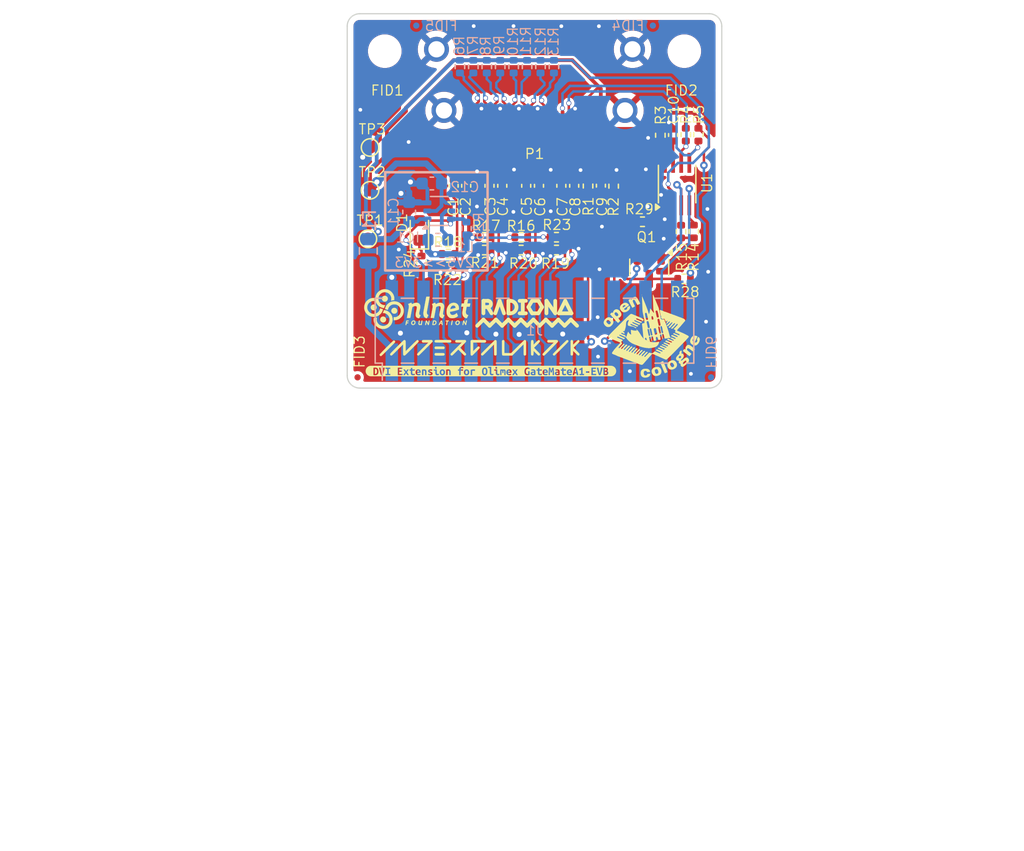
<source format=kicad_pcb>
(kicad_pcb (version 20240108) (generator "pcbnew") (generator_version "8.0")
  (title_block (title "${project_name} ${project_version}") (date "2024-12-02") (rev "${project_version}") (company "${project_creator}") (comment 1 "${project_license}"))
  (layers (0 "F.Cu" signal) (1 "In1.Cu" signal "GND1.Cu") (2 "In2.Cu" signal "GND2.Cu") (31 "B.Cu" signal) (34 "B.Paste" user) (35 "F.Paste" user) (36 "B.SilkS" user "B.Silkscreen") (37 "F.SilkS" user "F.Silkscreen") (38 "B.Mask" user) (39 "F.Mask" user) (44 "Edge.Cuts" user))
  (property "project_creator" "Intergalaktik d.o.o.")
  (property "project_license" "CERN-OHL-S v2")
  (property "project_name" "Olimex Extension DVI")
  (property "project_version" "v0.1")
  (property "project_year" "2024.")
  (net 0 "")
  (net 1 "/Main Sheet/D2+")
  (net 2 "GND")
  (net 3 "GPDI_D2+")
  (net 4 "/Main Sheet/D2-")
  (net 5 "GPDI_D2-")
  (net 6 "+Exten_V")
  (net 7 "GPDI_D1+")
  (net 8 "/Main Sheet/NB_A8")
  (net 9 "/Main Sheet/NB_B5")
  (net 10 "/Main Sheet/D1+")
  (net 11 "/Main Sheet/NB_B8")
  (net 12 "GPDI_D1-")
  (net 13 "/Main Sheet/D1-")
  (net 14 "/Main Sheet/D0+")
  (net 15 "GPDI_D0+")
  (net 16 "GPDI_D0-")
  (net 17 "/Main Sheet/D0-")
  (net 18 "/Main Sheet/CLK+")
  (net 19 "GPDI_CLK+")
  (net 20 "GPDI_CLK-")
  (net 21 "/Main Sheet/CLK-")
  (net 22 "/Main Sheet/ETH+")
  (net 23 "/Main Sheet/NB_A0")
  (net 24 "GPDI_ETH+")
  (net 25 "/Main Sheet/VREF2")
  (net 26 "/Main Sheet/+2V5")
  (net 27 "+5V")
  (net 28 "5V_ENABLE")
  (net 29 "Net-(D1-K)")
  (net 30 "GPDI_ETH-")
  (net 31 "Net-(IC1-L)")
  (net 32 "PMOD_SDA")
  (net 33 "PMOD_SCL")
  (net 34 "GPDI_CEC")
  (net 35 "/Main Sheet/ETH-")
  (net 36 "GPDI_SDA")
  (net 37 "GPDI_SCL")
  (net 38 "/Main Sheet/CEC")
  (net 39 "GPDI_ETH_lowV-")
  (footprint "Resistor_SMD:R_0402_1005Metric" (layer "F.Cu") (at 113.01 69.285 -90)
    (property "Reference" "R14")
    (property "Value" "3k3" (hide yes))
  )
  (footprint "Resistor_SMD:R_0402_1005Metric" (layer "F.Cu") (at 112.37 61.525 90)
    (property "Reference" "R4")
    (property "Value" "4k7" (hide yes))
  )
  (footprint "TestPoint:TestPoint_Pad_D1.0mm" (layer "F.Cu") (at 87.08 62.555)
    (property "Reference" "TP3")
    (property "Value" "GND" (hide yes))
  )
  (footprint "Fiducial:Fiducial_0.5mm_Mask1mm" (layer "F.Cu") (at 86.08 80.975)
    (property "Reference" "FID3")
    (property "Value" "Fiducial_F_BL" (hide yes))
  )
  (footprint "Cologne:open_cologne_small" (layer "F.Cu") (at 109.523146 77.610736)
    (property "Reference" "H3" (hide yes))
    (property "Value" "Logo OpenCologne" (hide yes))
  )
  (footprint "Resistor_SMD:R_0402_1005Metric" (layer "F.Cu") (at 113.38 61.525 90)
    (property "Reference" "R5")
    (property "Value" "4k7" (hide yes))
  )
  (footprint "Resistor_SMD:R_0402_1005Metric" (layer "F.Cu") (at 106.59 65.655 90)
    (property "Reference" "R2")
    (property "Value" "510" (hide yes))
  )
  (footprint "Capacitor_SMD:C_0402_1005Metric" (layer "F.Cu") (at 96.64575 65.625 90)
    (property "Reference" "C3")
    (property "Value" "220n" (hide yes))
  )
  (footprint "Resistor_SMD:R_0402_1005Metric" (layer "F.Cu") (at 96.24 70.775)
    (property "Reference" "R21")
    (property "Value" "50R" (hide yes))
  )
  (footprint "Resistor_SMD:R_0402_1005Metric" (layer "F.Cu") (at 93.37 72.125)
    (property "Reference" "R22")
    (property "Value" "50R" (hide yes))
  )
  (footprint "Fiducial:Fiducial_0.5mm_Mask1mm" (layer "F.Cu") (at 86.5 57.985)
    (property "Reference" "FID1")
    (property "Value" "Fiducial_F_TL" (hide yes))
  )
  (footprint "Fiducial:Fiducial_0.5mm_Mask1mm" (layer "F.Cu") (at 114.01 57.985)
    (property "Reference" "FID2")
    (property "Value" "Fiducial_F_TR" (hide yes))
  )
  (footprint "MountingHole:MountingHole_2.2mm_M2" (layer "F.Cu") (at 88.26 54.835)
    (property "Reference" "H4" (hide yes))
    (property "Value" "MountingHole" (hide yes))
  )
  (footprint "Capacitor_SMD:C_0402_1005Metric" (layer "F.Cu") (at 102.4 65.625 90)
    (property "Reference" "C7")
    (property "Value" "220n" (hide yes))
  )
  (footprint "Resistor_SMD:R_0402_1005Metric" (layer "F.Cu") (at 99.18 70.775)
    (property "Reference" "R20")
    (property "Value" "50R" (hide yes))
  )
  (footprint "Capacitor_SMD:C_0402_1005Metric" (layer "F.Cu") (at 99.58575 65.625 90)
    (property "Reference" "C5")
    (property "Value" "220n" (hide yes))
  )
  (footprint "Capacitor_SMD:C_0402_1005Metric" (layer "F.Cu") (at 105.57 65.615 90)
    (property "Reference" "C9")
    (property "Value" "220n" (hide yes))
  )
  (footprint "Resistor_SMD:R_0402_1005Metric" (layer "F.Cu") (at 93.35 71.095 180)
    (property "Reference" "R18")
    (property "Value" "50R" (hide yes))
  )
  (footprint "Resistor_SMD:R_0402_1005Metric" (layer "F.Cu") (at 99.19 69.745 180)
    (property "Reference" "R16")
    (property "Value" "50R" (hide yes))
  )
  (footprint "Package_SO:SSOP-8_2.95x2.8mm_P0.65mm" (layer "F.Cu") (at 111.675 65.485 90)
    (property "Reference" "U1")
    (property "Value" "PCA9306" (hide yes))
  )
  (footprint "MountingHole:MountingHole_2.2mm_M2" (layer "F.Cu") (at 112.25 54.835)
    (property "Reference" "H6" (hide yes))
    (property "Value" "MountingHole" (hide yes))
  )
  (footprint "nlnet:nlnet" (layer "F.Cu") (at 90.86 75.505)
    (property "Reference" "H2" (hide yes))
    (property "Value" "Logo NLnet" (hide yes))
  )
  (footprint "conn-fci:CONN-10029449-111RLF" (layer "F.Cu") (at 100.25 59.585 180)
    (property "Reference" "P1")
    (property "Value" "GPDI" (hide yes))
  )
  (footprint "Capacitor_SMD:C_0402_1005Metric" (layer "F.Cu") (at 97.67 65.625 90)
    (property "Reference" "C4")
    (property "Value" "220n" (hide yes))
  )
  (footprint "Resistor_SMD:R_0402_1005Metric" (layer "F.Cu") (at 96.25 69.745 180)
    (property "Reference" "R17")
    (property "Value" "50R" (hide yes))
  )
  (footprint "Resistor_SMD:R_0402_1005Metric" (layer "F.Cu") (at 108.9 68.505)
    (property "Reference" "R29")
    (property "Value" "10K" (hide yes))
  )
  (footprint "Package_TO_SOT_SMD:SOT-23" (layer "F.Cu") (at 109.44 72.1525 -90)
    (property "Reference" "Q1")
    (property "Value" "BSS138" (hide yes))
  )
  (footprint "TestPoint:TestPoint_Pad_D1.0mm" (layer "F.Cu") (at 87.08 65.985)
    (property "Reference" "TP2")
    (property "Value" "2V5" (hide yes))
  )
  (footprint "TestPoint:TestPoint_Pad_D1.0mm" (layer "F.Cu") (at 86.91 69.875)
    (property "Reference" "TP1")
    (property "Value" "3V3" (hide yes))
  )
  (footprint "Resistor_SMD:R_0402_1005Metric" (layer "F.Cu") (at 102.01 69.745 180)
    (property "Reference" "R19")
    (property "Value" "50R" (hide yes))
  )
  (footprint "Resistor_SMD:R_0402_1005Metric" (layer "F.Cu") (at 111.99 69.295 -90)
    (property "Reference" "R15")
    (property "Value" "3k3" (hide yes))
  )
  (footprint "Capacitor_SMD:C_0402_1005Metric" (layer "F.Cu") (at 94.78 65.625 90)
    (property "Reference" "C2")
    (property "Value" "220n" (hide yes))
  )
  (footprint "Resistor_SMD:R_0402_1005Metric" (layer "F.Cu") (at 91.2 71.761666 90)
    (property "Reference" "R24")
    (property "Value" "4K7" (hide yes))
  )
  (footprint "Resistor_SMD:R_0402_1005Metric" (layer "F.Cu") (at 112.23 73.085)
    (property "Reference" "R28")
    (property "Value" "10K" (hide yes))
  )
  (footprint "intergalaktik:intergalaktik" (layer "F.Cu") (at 95.890409 78.486446)
    (property "Reference" "H1" (hide yes))
    (property "Value" "Logo Intergalaktik" (hide yes))
  )
  (footprint "Capacitor_SMD:C_0402_1005Metric" (layer "F.Cu") (at 100.61 65.625 90)
    (property "Reference" "C6")
    (property "Value" "220n" (hide yes))
  )
  (footprint "LED_SMD:LED_0603_1608Metric" (layer "F.Cu") (at 91.03 69.201666 90)
    (property "Reference" "D1")
    (property "Value" "LED" (hide yes))
  )
  (footprint "Resistor_SMD:R_0402_1005Metric" (layer "F.Cu") (at 104.54 65.645 90)
    (property "Reference" "R1")
    (property "Value" "510" (hide yes))
  )
  (footprint "Capacitor_SMD:C_0402_1005Metric" (layer "F.Cu") (at 93.772 65.625 90)
    (property "Reference" "C1")
    (property "Value" "220n" (hide yes))
  )
  (footprint "radiona:radiona_small" (layer "F.Cu") (at 99.659591 74.843554)
    (property "Reference" "H5" (hide yes))
    (property "Value" "Logo Radiona" (hide yes))
  )
  (footprint "Resistor_SMD:R_0402_1005Metric" (layer "F.Cu") (at 110.33 61.575 90)
    (property "Reference" "R3")
    (property "Value" "100K" (hide yes))
  )
  (footprint "Resistor_SMD:R_0402_1005Metric" (layer "F.Cu") (at 102.01 70.775)
    (property "Reference" "R23")
    (property "Value" "50R" (hide yes))
  )
  (footprint "Capacitor_SMD:C_0402_1005Metric" (layer "F.Cu") (at 111.35 61.555 -90)
    (property "Reference" "C10")
    (property "Value" "470p" (hide yes))
  )
  (footprint "Capacitor_SMD:C_0402_1005Metric" (layer "F.Cu") (at 103.43 65.625 90)
    (property "Reference" "C8")
    (property "Value" "220n" (hide yes))
  )
  (footprint "kibuzzard-6750A0AE" (layer "F.Cu") (at 96.76 80.47)
    (property "Reference" "kibuzzard-6750A0AE" (hide yes))
    (property "Value" "G***" (hide yes))
  )
  (footprint "Resistor_SMD:R_0402_1005Metric" (layer "B.Cu") (at 95.352858 56.075 90)
    (property "Reference" "R7")
    (property "Value" "50R" (hide yes))
  )
  (footprint "Resistor_SMD:R_0402_1005Metric" (layer "B.Cu") (at 94.277144 56.075 90)
    (property "Reference" "R6")
    (property "Value" "50R" (hide yes))
  )
  (footprint "Fiducial:Fiducial_0.5mm_Mask1mm" (layer "B.Cu") (at 109.73 52.785 180)
    (property "Reference" "FID4")
    (property "Value" "Fiducial_B_TL" (hide yes))
  )
  (footprint "Resistor_SMD:R_0402_1005Metric" (layer "B.Cu") (at 99.655714 56.075 90)
    (property "Reference" "R11")
    (property "Value" "50R" (hide yes))
  )
  (footprint "Resistor_SMD:R_0402_1005Metric" (layer "B.Cu") (at 98.58 56.075 90)
    (property "Reference" "R10")
    (property "Value" "50R" (hide yes))
  )
  (footprint "Resistor_SMD:R_0402_1005Metric" (layer "B.Cu") (at 97.504286 56.075 90)
    (property "Reference" "R9")
    (property "Value" "50R" (hide yes))
  )
  (footprint "Inductor_SMD:L_0603_1608Metric" (layer "B.Cu") (at 92.51 69.951666 180)
    (property "Reference" "L1")
    (property "Value" "4.7uH" (hide yes))
  )
  (footprint "Resistor_SMD:R_0402_1005Metric" (layer "B.Cu") (at 101.807144 56.075 90)
    (property "Reference" "R13")
    (property "Value" "50R" (hide yes))
  )
  (footprint "Package_TO_SOT_SMD:SOT-363_SC-70-6" (layer "B.Cu") (at 92.62 67.641666)
    (property "Reference" "IC1")
    (property "Value" "TLV61222DC" (hide yes))
  )
  (footprint "Connector_PinSocket_2.54mm:PinSocket_2x10_P2.54mm_Vertical_SMD" (layer "B.Cu") (at 100.25 77.24 -90)
    (property "Reference" "J1")
    (property "Value" "MISC" (hide yes))
  )
  (footprint "Fiducial:Fiducial_0.5mm_Mask1mm" (layer "B.Cu") (at 114.39 80.975 180)
    (property "Reference" "FID6")
    (property "Value" "Fiducial_B_BL" (hide yes))
  )
  (footprint "Resistor_SMD:R_0402_1005Metric" (layer "B.Cu") (at 100.731428 56.075 90)
    (property "Reference" "R12")
    (property "Value" "50R" (hide yes))
  )
  (footprint "Fuse:Fuse_0805_2012Metric" (layer "B.Cu") (at 86.94 70.8425 90)
    (property "Reference" "F1")
    (property "Value" "0805L050WR" (hide yes))
  )
  (footprint "Fiducial:Fiducial_0.5mm_Mask1mm" (layer "B.Cu") (at 90.78 52.785 180)
    (property "Reference" "FID5")
    (property "Value" "Fiducial_B_TR" (hide yes))
  )
  (footprint "Capacitor_SMD:C_0603_1608Metric" (layer "B.Cu") (at 92.03 65.441666 180)
    (property "Reference" "C12")
    (property "Value" "10uF" (hide yes))
  )
  (footprint "Resistor_SMD:R_0402_1005Metric" (layer "B.Cu") (at 96.428572 56.075 90)
    (property "Reference" "R8")
    (property "Value" "50R" (hide yes))
  )
  (footprint "Resistor_SMD:R_0402_1005Metric" (layer "B.Cu") (at 94.8 69.041666 90)
    (property "Reference" "R25")
    (property "Value" "10K" (hide yes))
  )
  (footprint "Capacitor_SMD:C_0603_1608Metric" (layer "B.Cu") (at 90.21 67.726666 90)
    (property "Reference" "C11")
    (property "Value" "10uF" (hide yes))
  )
  (gr_rect (start 88.29 64.538334) (end 96.492718 72.411666) (stroke (width 0.2)) (fill none) (layer "B.SilkS"))
  (gr_arc (start 86.25 81.835) (mid 85.542893 81.542107) (end 85.25 80.835) (stroke (width 0.1)) (layer "Edge.Cuts"))
  (gr_line (start 86.25 51.835) (end 114.25 51.835) (stroke (width 0.1)) (layer "Edge.Cuts"))
  (gr_arc (start 115.25 80.835) (mid 114.957107 81.542107) (end 114.25 81.835) (stroke (width 0.1)) (layer "Edge.Cuts"))
  (gr_arc (start 114.25 51.835) (mid 114.957107 52.127893) (end 115.25 52.835) (stroke (width 0.1)) (layer "Edge.Cuts"))
  (gr_line (start 115.25 52.835) (end 115.25 80.835) (stroke (width 0.1)) (layer "Edge.Cuts"))
  (gr_line (start 114.25 81.835) (end 86.25 81.835) (stroke (width 0.1)) (layer "Edge.Cuts"))
  (gr_arc (start 85.25 52.835) (mid 85.542893 52.127893) (end 86.25 51.835) (stroke (width 0.1)) (layer "Edge.Cuts"))
  (gr_line (start 85.25 80.835) (end 85.25 52.835) (stroke (width 0.1)) (layer "Edge.Cuts"))
  (gr_text "2V5>>3V3" (at 95.4975 72.241666 0) (layer "B.SilkS") (effects (font (size 0.8 0.8) (thickness 0.1)) (justify left bottom mirror)))
  (segment (start 94.051 64.400999) (end 93.772 64.679999) (width 0.2) (layer "F.Cu") (net 1))
  (segment (start 95.5 62.010001) (end 95.775 62.285001) (width 0.2) (layer "F.Cu") (net 1))
  (segment (start 93.772 64.679999) (end 93.772 65.145) (width 0.2) (layer "F.Cu") (net 1))
  (segment (start 95.5 59.159999) (end 95.775 58.884999) (width 0.2) (layer "F.Cu") (net 1))
  (segment (start 95.775 58.884999) (end 95.775 58.775) (width 0.2) (layer "F.Cu") (net 1))
  (segment (start 95.5 60.585) (end 95.5 59.159999) (width 0.2) (layer "F.Cu") (net 1))
  (segment (start 94.5868 63.39) (end 94.051 63.9258) (width 0.2) (layer "F.Cu") (net 1))
  (segment (start 95.774999 58.774999) (end 95.774999 58.694999) (width 0.2) (layer "F.Cu") (net 1))
  (segment (start 95.774999 58.694999) (end 95.675 58.595) (width 0.2) (layer "F.Cu") (net 1))
  (segment (start 95.775 58.775) (end 95.774999 58.774999) (width 0.2) (layer "F.Cu") (net 1))
  (segment (start 95.0568 63.39) (end 94.5868 63.39) (width 0.2) (layer "F.Cu") (net 1))
  (segment (start 94.051 63.9258) (end 94.051 64.400999) (width 0.2) (layer "F.Cu") (net 1))
  (segment (start 95.775 62.285001) (end 95.775 62.6718) (width 0.2) (layer "F.Cu") (net 1))
  (segment (start 95.5 60.585) (end 95.5 62.010001) (width 0.2) (layer "F.Cu") (net 1))
  (segment (start 95.775 62.6718) (end 95.0568 63.39) (width 0.2) (layer "F.Cu") (net 1))
  (via (at 95.675 58.595) (size 0.4) (drill 0.3) (layers "F.Cu" "B.Cu") (net 1))
  (segment (start 94.59 57.1332) (end 94.59 56.897856) (width 0.2) (layer "B.Cu") (net 1))
  (segment (start 95.675 58.595) (end 95.775 58.495) (width 0.2) (layer "B.Cu") (net 1))
  (segment (start 95.775 58.495) (end 95.775 58.3182) (width 0.2) (layer "B.Cu") (net 1))
  (segment (start 95.775 58.3182) (end 94.59 57.1332) (width 0.2) (layer "B.Cu") (net 1))
  (segment (start 94.59 56.897856) (end 94.277144 56.585) (width 0.2) (layer "B.Cu") (net 1))
  (segment (start 86.49 63.335) (end 86.89 62.935) (width 0.5) (layer "F.Cu") (net 2))
  (segment (start 86.89 62.935) (end 86.89 62.555) (width 0.5) (layer "F.Cu") (net 2))
  (segment (start 95.73 71.165) (end 95.74 71.175) (width 0.2) (layer "F.Cu") (net 2))
  (segment (start 100.5 59.441351) (end 100.500001 59.44135) (width 0.2) (layer "F.Cu") (net 2))
  (segment (start 110.59 69.295) (end 110.59 69.855) (width 0.2) (layer "F.Cu") (net 2))
  (segment (start 100.5 60.585) (end 100.5 59.441351) (width 0.2) (layer "F.Cu") (net 2))
  (segment (start 99 59.441351) (end 98.999999 59.44135) (width 0.2) (layer "F.Cu") (net 2))
  (segment (start 110.59 69.855) (end 110.6 69.865) (width 0.2) (layer "F.Cu") (net 2))
  (segment (start 111.35 61.075) (end 111.35 60.885) (width 0.3) (layer "F.Cu") (net 2))
  (segment (start 97.5 59.441352) (end 97.499999 59.441351) (width 0.2) (layer "F.Cu") (net 2))
  (segment (start 97.5 60.585) (end 97.5 59.441352) (width 0.2) (layer "F.Cu") (net 2))
  (segment (start 110.7 66.665) (end 110.7 67.185) (width 0.2) (layer "F.Cu") (net 2))
  (segment (start 95.999999 59.44135) (end 96 59.441351) (width 0.2) (layer "F.Cu") (net 2))
  (segment (start 110.7 67.185) (end 110.7 68.285) (width 0.2) (layer "F.Cu") (net 2))
  (segment (start 92.86 72.435) (end 92.86 72.125) (width 0.2) (layer "F.Cu") (net 2))
  (segment (start 101.53 71.255) (end 101.5 71.225) (width 0.2) (layer "F.Cu") (net 2))
  (segment (start 103.5 60.585) (end 103.5 59.441351) (width 0.2) (layer "F.Cu") (net 2))
  (segment (start 110.7 68.285) (end 110.68 68.305) (width 0.2) (layer "F.Cu") (net 2))
  (segment (start 96 59.441351) (end 96 60.585) (width 0.2) (layer "F.Cu") (net 2))
  (segment (start 110.39 66.355) (end 110.7 66.665) (width 0.2) (layer "F.Cu") (net 2))
  (segment (start 92.725 72.57) (end 92.86 72.435) (width 0.2) (layer "F.Cu") (net 2))
  (segment (start 95.73 70.775) (end 95.73 71.165) (width 0.2) (layer "F.Cu") (net 2))
  (segment (start 103.5 59.441351) (end 103.500001 59.44135) (width 0.2) (layer "F.Cu") (net 2))
  (segment (start 99 60.585) (end 99 59.441351) (width 0.2) (layer "F.Cu") (net 2))
  (segment (start 111.35 60.885) (end 111.01 60.545) (width 0.3) (layer "F.Cu") (net 2))
  (segment (start 99.08 71.375) (end 98.67 70.965) (width 0.2) (layer "F.Cu") (net 2))
  (segment (start 101.5 71.225) (end 101.5 70.775) (width 0.2) (layer "F.Cu") (net 2))
  (segment (start 98.67 70.965) (end 98.67 70.775) (width 0.2) (layer "F.Cu") (net 2))
  (via (at 106.82 64.355) (size 0.6) (drill 0.3) (layers "F.Cu" "B.Cu") (net 2))
  (via (at 97.499999 59.441351) (size 0.4) (drill 0.3) (layers "F.Cu" "B.Cu") (net 2))
  (via (at 100.500001 59.44135) (size 0.4) (drill 0.3) (layers "F.Cu" "B.Cu") (net 2))
  (via (at 109.17 64.305) (size 0.6) (drill 0.3) (layers "F.Cu" "B.Cu") (net 2))
  (via (at 98.56 67.715) (size 0.6) (drill 0.3) (layers "F.Cu" "B.Cu") (net 2))
  (via (at 105.31 76.155) (size 0.6) (drill 0.3) (layers "F.Cu" "B.Cu") (net 2))
  (via (at 98.57 52.825) (size 0.6) (drill 0.3) (layers "F.Cu" "B.Cu") (net 2))
  (via (at 110.39 66.355) (size 0.4) (drill 0.3) (layers "F.Cu" "B.Cu") (net 2))
  (via (at 103.78 70.665) (size 0.4) (drill 0.3) (layers "F.Cu" "B.Cu") (net 2))
  (via (at 110.68 68.305) (size 0.6) (drill 0.3) (layers "F.Cu" "B.Cu") (net 2))
  (via (at 95.999999 59.44135) (size 0.4) (drill 0.3) (layers "F.Cu" "B.Cu") (net 2))
  (via (at 99.02 77.535) (size 0.8) (drill 0.4) (layers "F.Cu" "B.Cu") (net 2))
  (via (at 95.65 64.465) (size 0.6) (drill 0.3) (layers "F.Cu" "B.Cu") (net 2))
  (via (at 95.64 67.285) (size 0.6) (drill 0.3) (layers "F.Cu" "B.Cu") (net 2))
  (via (at 98.61 64.325) (size 0.6) (drill 0.3) (layers "F.Cu" "B.Cu") (net 2))
  (via (at 103.94 64.365) (size 0.6) (drill 0.3) (layers "F.Cu" "B.Cu") (net 2))
  (via (at 109.31 67.285) (size 0.6) (drill 0.3) (layers "F.Cu" "B.Cu") (net 2))
  (via (at 88.82 72.96) (size 0.8) (drill 0.4) (layers "F.Cu" "B.Cu") (net 2))
  (via (at 98.999999 59.44135) (size 0.4) (drill 0.3) (layers "F.Cu" "B.Cu") (net 2))
  (via (at 95.09 72.415) (size 0.4) (drill 0.3) (layers "F.Cu" "B.Cu") (net 2))
  (via (at 112.78 80.695) (size 0.6) (drill 0.3) (layers "F.Cu" "B.Cu") (net 2))
  (via (at 86.3 59.535) (size 0.6) (drill 0.3) (layers "F.Cu" "B.Cu") (net 2))
  (via (at 89.38 70.735) (size 0.6) (drill 0.3) (layers "F.Cu" "B.Cu") (net 2))
  (via (at 97.16 77.515) (size 0.8) (drill 0.4) (layers "F.Cu" "B.Cu") (net 2))
  (via (at 113.99 76.515) (size 0.6) (drill 0.3) (layers "F.Cu" "B.Cu") (net 2))
  (via (at 101.53 71.255) (size 0.4) (drill 0.3) (layers "F.Cu" "B.Cu") (net 2))
  (via (at 101.55 64.345) (size 0.6) (drill 0.3) (layers "F.Cu" "B.Cu") (net 2))
  (via (at 100.92 71.065) (size 0.4) (drill 0.3) (layers "F.Cu" "B.Cu") (net 2))
  (via (at 89.555 66.231666) (size 0.8) (drill 0.4) (layers "F.Cu" "B.Cu") (net 2))
  (via (at 90.315 65.321666) (size 0.8) (drill 0.4) (layers "F.Cu" "B.Cu") (net 2))
  (via (at 110.6 69.865) (size 0.6) (drill 0.3) (layers "F.Cu" "B.Cu") (net 2))
  (via (at 105.34 79.315) (size 0.6) (drill 0.3) (layers "F.Cu" "B.Cu") (net 2))
  (via (at 99.08 71.375) (size 0.4) (drill 0.3) (layers "F.Cu" "B.Cu") (net 2))
  (via (at 114.1 67.485) (size 0.6) (drill 0.3) (layers "F.Cu" "B.Cu") (net 2))
  (via (at 102.4 52.835) (size 0.6) (drill 0.3) (layers "F.Cu" "B.Cu") (net 2))
  (via (at 107.89 80.485) (size 0.6) (drill 0.3) (layers "F.Cu" "B.Cu") (net 2))
  (via (at 105.41 52.835) (size 0.6) (drill 0.3) (layers "F.Cu" "B.Cu") (net 2))
  (via (at 103.500001 59.44135) (size 0.4) (drill 0.3) (layers "F.Cu" "B.Cu") (net 2))
  (via (at 95.74 71.175) (size 0.4) (drill 0.3) (layers "F.Cu" "B.Cu") (net 2))
  (via (at 90.17 62.115) (size 0.6) (drill 0.3) (layers "F.Cu" "B.Cu") (net 2))
  (via (at 89.51 77.435) (size 0.8) (drill 0.4) (layers "F.Cu" "B.Cu") (net 2))
  (via (at 114.16 72.515) (size 0.6) (drill 0.3) (layers "F.Cu" "B.Cu") (net 2))
  (via (at 92.725 72.57) (size 0.4) (drill 0.3) (layers "F.Cu" "B.Cu") (net 2))
  (via (at 97.95 70.995) (size 0.4) (drill 0.3) (layers "F.Cu" "B.Cu") (net 2))
  (via (at 105.46 72.315) (size 0.6) (drill 0.3) (layers "F.Cu" "B.Cu") (net 2))
  (via (at 109.35 61.785) (size 0.6) (drill 0.3) (layers "F.Cu" "B.Cu") (net 2))
  (via (at 101.55 67.665) (size 0.6) (drill 0.3) (layers "F.Cu" "B.Cu") (net 2))
  (via (at 105.65 68.895) (size 0.6) (drill 0.3) (layers "F.Cu" "B.Cu") (net 2))
  (via (at 86.49 63.335) (size 0.8) (drill 0.4) (layers "F.Cu" "B.Cu") (net 2))
  (via (at 94.83 77.405) (size 0.8) (drill 0.4) (layers "F.Cu" "B.Cu") (net 2))
  (via (at 102.51 77.505) (size 0.8) (drill 0.4) (layers "F.Cu" "B.Cu") (net 2))
  (via (at 95.38 52.825) (size 0.6) (drill 0.3) (layers "F.Cu" "B.Cu") (net 2))
  (via (at 111.01 60.545) (size 0.4) (drill 0.3) (layers "F.Cu" "B.Cu") (net 2))
  (segment (start 91.67 65.856666) (end 91.255 65.441666) (width 0.3) (layer "B.Cu") (net 2))
  (segment (start 91.255 65.441666) (end 90.435 65.441666) (width 0.3) (layer "B.Cu") (net 2))
  (segment (start 91.63 66.951666) (end 91.67 66.991666) (width 0.3) (layer "B.Cu") (net 2))
  (segment (start 90.21 66.886666) (end 89.555 66.231666) (width 0.3) (layer "B.Cu") (net 2))
  (segment (start 90.435 65.441666) (end 90.315 65.321666) (width 0.3) (layer "B.Cu") (net 2))
  (segment (start 90.21 66.951666) (end 91.63 66.951666) (width 0.3) (layer "B.Cu") (net 2))
  (segment (start 91.67 66.991666) (end 91.67 65.856666) (width 0.3) (layer "B.Cu") (net 2))
  (segment (start 90.21 66.951666) (end 90.21 66.886666) (width 0.3) (layer "B.Cu") (net 2))
  (segment (start 88.82 72.96) (end 88.82 74.72) (width 0.5) (layer "B.Cu") (net 2))
  (segment (start 94.051 69.951666) (end 94.051 68.115) (width 0.2) (layer "F.Cu") (net 3))
  (segment (start 94.051 70.205) (end 94.051 69.951666) (width 0.2) (layer "F.Cu") (net 3))
  (segment (start 94.051 68.115) (end 94.051 66.849001) (width 0.2) (layer "F.Cu") (net 3))
  (segment (start 93.74 72.595) (end 94.050999 72.284001) (width 0.2) (layer "F.Cu") (net 3))
  (segment (start 94.050999 70.205001) (end 94.051 70.205) (width 0.2) (layer "F.Cu") (net 3))
  (segment (start 94.051 66.849001) (end 93.772 66.570001) (width 0.2) (layer "F.Cu") (net 3))
  (segment (start 94.050999 71.015) (end 94.050999 72.045) (width 0.2) (layer "F.Cu") (net 3))
  (segment (start 94.050999 71.015) (end 94.050999 70.205001) (width 0.2) (layer "F.Cu") (net 3))
  (segment (start 93.970999 72.125) (end 94.050999 72.045) (width 0.2) (layer "F.Cu") (net 3))
  (segment (start 93.86 71.095) (end 93.970999 71.095) (width 0.2) (layer "F.Cu") (net 3))
  (segment (start 93.88 72.125) (end 93.970999 72.125) (width 0.2) (layer "F.Cu") (net 3))
  (segment (start 93.772 66.570001) (end 93.772 66.105) (width 0.2) (layer "F.Cu") (net 3))
  (segment (start 93.970999 71.095) (end 94.050999 71.015) (width 0.2) (layer "F.Cu") (net 3))
  (segment (start 94.050999 72.284001) (end 94.050999 72.045) (width 0.2) (layer "F.Cu") (net 3))
  (via (at 93.74 72.595) (size 0.4) (drill 0.3) (layers "F.Cu" "B.Cu") (net 3))
  (segment (start 93.74 72.595) (end 93.57 72.595) (width 0.2) (layer "B.Cu") (net 3))
  (segment (start 93.57 72.595) (end 92.97 73.195) (width 0.2) (layer "B.Cu") (net 3))
  (segment (start 92.97 77.795) (end 93.9 78.725) (width 0.2) (layer "B.Cu") (net 3))
  (segment (start 93.9 78.725) (end 93.9 79.76) (width 0.2) (layer "B.Cu") (net 3))
  (segment (start 92.97 73.195) (end 92.97 77.795) (width 0.2) (layer "B.Cu") (net 3))
  (segment (start 96.225 58.775) (end 96.225001 58.774999) (width 0.2) (layer "F.Cu") (net 4))
  (segment (start 96.225 58.884999) (end 96.225 58.775) (width 0.2) (layer "F.Cu") (net 4))
  (segment (start 96.5 62.010001) (end 96.225 62.285001) (width 0.2) (layer "F.Cu") (net 4))
  (segment (start 94.7732 63.84) (end 94.501 64.1122) (width 0.2) (layer "F.Cu") (net 4))
  (segment (start 96.5 59.159999) (end 96.225 58.884999) (width 0.2) (layer "F.Cu") (net 4))
  (segment (start 96.225 62.285001) (end 96.225 62.8582) (width 0.2) (layer "F.Cu") (net 4))
  (segment (start 96.5 60.585) (end 96.5 62.010001) (width 0.2) (layer "F.Cu") (net 4))
  (segment (start 96.225 62.8582) (end 95.2432 63.84) (width 0.2) (layer "F.Cu") (net 4))
  (segment (start 94.501 64.400999) (end 94.78 64.679999) (width 0.2) (layer "F.Cu") (net 4))
  (segment (start 96.225001 58.774999) (end 96.225001 58.694999) (width 0.2) (layer "F.Cu") (net 4))
  (segment (start 96.225001 58.694999) (end 96.325 58.595) (width 0.2) (layer "F.Cu") (net 4))
  (segment (start 95.2432 63.84) (end 94.7732 63.84) (width 0.2) (layer "F.Cu") (net 4))
  (segment (start 94.501 64.1122) (end 94.501 64.400999) (width 0.2) (layer "F.Cu") (net 4))
  (segment (start 96.5 60.585) (end 96.5 59.159999) (width 0.2) (layer "F.Cu") (net 4))
  (segment (start 94.78 64.679999) (end 94.78 65.145) (width 0.2) (layer "F.Cu") (net 4))
  (via (at 96.325 58.595) (size 0.4) (drill 0.3) (layers "F.Cu" "B.Cu") (net 4))
  (segment (start 95.040002 56.946802) (end 95.040002 56.897856) (width 0.2) (layer "B.Cu") (net 4))
  (segment (start 96.325 58.595) (end 96.225 58.495) (width 0.2) (layer "B.Cu") (net 4))
  (segment (start 96.225 58.1318) (end 95.040002 56.946802) (width 0.2) (layer "B.Cu") (net 4))
  (segment (start 95.040002 56.897856) (end 95.352858 56.585) (width 0.2) (layer "B.Cu") (net 4))
  (segment (start 96.225 58.495) (end 96.225 58.1318) (width 0.2) (layer "B.Cu") (net 4))
  (segment (start 94.501 70.205) (end 94.501001 70.205001) (width 0.2) (layer "F.Cu") (net 5))
  (segment (start 94.78 66.570001) (end 94.501 66.849001) (width 0.2) (layer "F.Cu") (net 5))
  (segment (start 94.78 66.105) (end 94.78 66.570001) (width 0.2) (layer "F.Cu") (net 5))
  (segment (start 94.501 66.849001) (end 94.501 70.205) (width 0.2) (layer "F.Cu") (net 5))
  (segment (start 94.501001 70.205001) (end 94.501001 72.675001) (width 0.2) (layer "F.Cu") (net 5))
  (segment (start 94.501001 72.675001) (end 94.601 72.775) (width 0.2) (layer "F.Cu") (net 5))
  (via (at 94.601 72.775) (size 0.4) (drill 0.3) (layers "F.Cu" "B.Cu") (net 5))
  (segment (start 93.9 73.476) (end 93.9 74.72) (width 0.2) (layer "B.Cu") (net 5))
  (segment (start 94.601 72.775) (end 93.9 73.476) (width 0.2) (layer "B.Cu") (net 5))
  (segment (start 86.94 76.775) (end 86.94 71.78) (width 0.5) (layer "B.Cu") (net 6))
  (segment (start 88.82 79.76) (end 88.82 78.655) (width 0.5) (layer "B.Cu") (net 6))
  (segment (start 88.82 78.655) (end 86.94 76.775) (width 0.5) (layer "B.Cu") (net 6))
  (segment (start 96.932874 71.092126) (end 96.932874 70.735) (width 0.2) (layer "F.Cu") (net 7))
  (segment (start 96.932875 69.115125) (end 96.932875 69.795) (width 0.2) (layer "F.Cu") (net 7))
  (segment (start 96.932875 70.315) (end 96.932874 70.315001) (width 0.2) (layer "F.Cu") (net 7))
  (segment (start 96.932875 69.795) (end 96.932875 70.315) (width 0.2) (layer "F.Cu") (net 7))
  (segment (start 96.932875 68.765) (end 96.932875 69.115125) (width 0.2) (layer "F.Cu") (net 7))
  (segment (start 96.64575 66.570001) (end 96.932875 66.857126) (width 0.2) (layer "F.Cu") (net 7))
  (segment (start 96.64575 66.105) (end 96.64575 66.570001) (width 0.2) (layer "F.Cu") (net 7))
  (segment (start 96.75 70.775) (end 96.892874 70.775) (width 0.2) (layer "F.Cu") (net 7))
  (segment (start 96.882875 69.745) (end 96.932875 69.795) (width 0.2) (layer "F.Cu") (net 7))
  (segment (start 96.84 71.185) (end 96.932874 71.092126) (width 0.2) (layer "F.Cu") (net 7))
  (segment (start 96.76 69.745) (end 96.882875 69.745) (width 0.2) (layer "F.Cu") (net 7))
  (segment (start 96.932874 70.315001) (end 96.932874 70.735) (width 0.2) (layer "F.Cu") (net 7))
  (segment (start 96.932875 66.857126) (end 96.932875 68.765) (width 0.2) (layer "F.Cu") (net 7))
  (segment (start 96.892874 70.775) (end 96.932874 70.735) (width 0.2) (layer "F.Cu") (net 7))
  (via (at 96.84 71.185) (size 0.4) (drill 0.3) (layers "F.Cu" "B.Cu") (net 7))
  (segment (start 95.62 77.725) (end 96.44 78.545) (width 0.2) (layer "B.Cu") (net 7))
  (segment (start 96.84 71.805) (end 95.62 73.025) (width 0.2) (layer "B.Cu") (net 7))
  (segment (start 95.62 73.025) (end 95.62 77.725) (width 0.2) (layer "B.Cu") (net 7))
  (segment (start 96.44 78.545) (end 96.44 79.76) (width 0.2) (layer "B.Cu") (net 7))
  (segment (start 96.84 71.185) (end 96.84 71.805) (width 0.2) (layer "B.Cu") (net 7))
  (segment (start 104.09 74.69) (end 104.06 74.72) (width 0.2) (layer "B.Cu") (net 9))
  (segment (start 97.275 62.285001) (end 97.275 63.2418) (width 0.2) (layer "F.Cu") (net 10))
  (segment (start 97.275 58.855) (end 97.274999 58.854999) (width 0.2) (layer "F.Cu") (net 10))
  (segment (start 97.275 63.2418) (end 96.64575 63.87105) (width 0.2) (layer "F.Cu") (net 10))
  (segment (start 97.275 58.884999) (end 97.275 58.855) (width 0.2) (layer "F.Cu") (net 10))
  (segment (start 97.274999 58.854999) (end 97.274999 58.744999) (width 0.2) (layer "F.Cu") (net 10))
  (segment (start 97 59.159999) (end 97.275 58.884999) (width 0.2) (layer "F.Cu") (net 10))
  (segment (start 97.274999 58.744999) (end 97.175 58.645) (width 0.2) (layer "F.Cu") (net 10))
  (segment (start 97 60.585) (end 97 59.159999) (width 0.2) (layer "F.Cu") (net 10))
  (segment (start 97 62.010001) (end 97.275 62.285001) (width 0.2) (layer "F.Cu") (net 10))
  (segment (start 96.64575 63.87105) (end 96.64575 65.145) (width 0.2) (layer "F.Cu") (net 10))
  (segment (start 97 60.585) (end 97 62.010001) (width 0.2) (layer "F.Cu") (net 10))
  (via (at 97.175 58.645) (size 0.4) (drill 0.3) (layers "F.Cu" "B.Cu") (net 10))
  (segment (start 97.275 58.4682) (end 96.741429 57.934629) (width 0.2) (layer "B.Cu") (net 10))
  (segment (start 96.428572 57.065001) (end 96.428572 56.585) (width 0.2) (layer "B.Cu") (net 10))
  (segment (start 96.741429 57.377858) (end 96.428572 57.065001) (width 0.2) (layer "B.Cu") (net 10))
  (segment (start 97.175 58.645) (end 97.275 58.545) (width 0.2) (layer "B.Cu") (net 10))
  (segment (start 96.741429 57.934629) (end 96.741429 57.377858) (width 0.2) (layer "B.Cu") (net 10))
  (segment (start 97.275 58.545) (end 97.275 58.4682) (width 0.2) (layer "B.Cu") (net 10))
  (segment (start 97.382875 70.315) (end 97.382876 70.315001) (width 0.2) (layer "F.Cu") (net 12))
  (segment (start 97.67 66.570001) (end 97.382875 66.857126) (width 0.2) (layer "F.Cu") (net 12))
  (segment (start 97.382876 70.315001) (end 97.382876 71.325001) (width 0.2) (layer "F.Cu") (net 12))
  (segment (start 97.382876 71.325001) (end 97.482875 71.425) (width 0.2) (layer "F.Cu") (net 12))
  (segment (start 97.67 66.105) (end 97.67 66.570001) (width 0.2) (layer "F.Cu") (net 12))
  (segment (start 97.382875 66.857126) (end 97.382875 70.315) (width 0.2) (layer "F.Cu") (net 12))
  (via (at 97.482875 71.425) (size 0.4) (drill 0.3) (layers "F.Cu" "B.Cu") (net 12))
  (segment (start 97.482875 71.782125) (end 96.44 72.825) (width 0.2) (layer "B.Cu") (net 12))
  (segment (start 96.44 72.825) (end 96.44 74.72) (width 0.2) (layer "B.Cu") (net 12))
  (segment (start 97.482875 71.425) (end 97.482875 71.782125) (width 0.2) (layer "B.Cu") (net 12))
  (segment (start 98 62.010001) (end 97.725 62.285001) (width 0.2) (layer "F.Cu") (net 13))
  (segment (start 98 60.585) (end 98 62.010001) (width 0.2) (layer "F.Cu") (net 13))
  (segment (start 97.725001 58.744999) (end 97.825 58.645) (width 0.2) (layer "F.Cu") (net 13))
  (segment (start 98 59.159999) (end 97.725 58.884999) (width 0.2) (layer "F.Cu") (net 13))
  (segment (start 97.095751 64.057449) (end 97.095751 64.570751) (width 0.2) (layer "F.Cu") (net 13))
  (segment (start 97.725 62.285001) (end 97.725 63.4282) (width 0.2) (layer "F.Cu") (net 13))
  (segment (start 97.725 58.884999) (end 97.725 58.855) (width 0.2) (layer "F.Cu") (net 13))
  (segment (start 98 60.585) (end 98 59.159999) (width 0.2) (layer "F.Cu") (net 13))
  (segment (start 97.725 63.4282) (end 97.095751 64.057449) (width 0.2) (layer "F.Cu") (net 13))
  (segment (start 97.725 58.855) (end 97.725001 58.854999) (width 0.2) (layer "F.Cu") (net 13))
  (segment (start 97.725001 58.854999) (end 97.725001 58.744999) (width 0.2) (layer "F.Cu") (net 13))
  (segment (start 97.095751 64.570751) (end 97.67 65.145) (width 0.2) (layer "F.Cu") (net 13))
  (via (at 97.825 58.645) (size 0.4) (drill 0.3) (layers "F.Cu" "B.Cu") (net 13))
  (segment (start 97.504286 57.065001) (end 97.504286 56.585) (width 0.2) (layer "B.Cu") (net 13))
  (segment (start 97.191429 57.377858) (end 97.504286 57.065001) (width 0.2) (layer "B.Cu") (net 13))
  (segment (start 97.825 58.645) (end 97.725 58.545) (width 0.2) (layer "B.Cu") (net 13))
  (segment (start 97.725 58.545) (end 97.725 58.2818) (width 0.2) (layer "B.Cu") (net 13))
  (segment (start 97.191429 57.748229) (end 97.191429 57.377858) (width 0.2) (layer "B.Cu") (net 13))
  (segment (start 97.725 58.2818) (end 97.191429 57.748229) (width 0.2) (layer "B.Cu") (net 13))
  (segment (start 98.5 62.010001) (end 98.775 62.285001) (width 0.2) (layer "F.Cu") (net 14))
  (segment (start 98.775 62.285001) (end 98.775 62.9182) (width 0.2) (layer "F.Cu") (net 14))
  (segment (start 98.775 58.825) (end 98.675 58.725) (width 0.2) (layer "F.Cu") (net 14))
  (segment (start 99.58575 64.679999) (end 99.58575 65.145) (width 0.2) (layer "F.Cu") (net 14))
  (segment (start 98.5 60.585) (end 98.5 59.159999) (width 0.2) (layer "F.Cu") (net 14))
  (segment (start 98.5 60.585) (end 98.5 62.010001) (width 0.2) (layer "F.Cu") (net 14))
  (segment (start 98.775 58.884999) (end 98.775 58.825) (width 0.2) (layer "F.Cu") (net 14))
  (segment (start 98.775 62.9182) (end 99.872875 64.016075) (width 0.2) (layer "F.Cu") (net 14))
  (segment (start 98.5 59.159999) (end 98.775 58.884999) (width 0.2) (layer "F.Cu") (net 14))
  (segment (start 99.872875 64.016075) (end 99.872875 64.392874) (width 0.2) (layer "F.Cu") (net 14))
  (segment (start 99.872875 64.392874) (end 99.58575 64.679999) (width 0.2) (layer "F.Cu") (net 14))
  (via (at 98.675 58.725) (size 0.4) (drill 0.3) (layers "F.Cu" "B.Cu") (net 14))
  (segment (start 98.58 57.018962) (end 98.58 56.585) (width 0.2) (layer "B.Cu") (net 14))
  (segment (start 98.675 58.725) (end 98.775 58.625) (width 0.2) (layer "B.Cu") (net 14))
  (segment (start 98.775 58.625) (end 98.775 57.213962) (width 0.2) (layer "B.Cu") (net 14))
  (segment (start 98.775 57.213962) (end 98.58 57.018962) (width 0.2) (layer "B.Cu") (net 14))
  (segment (start 99.852875 69.745) (end 99.872875 69.725) (width 0.2) (layer "F.Cu") (net 15))
  (segment (start 99.872874 70.345001) (end 99.872874 70.735) (width 0.2) (layer "F.Cu") (net 15))
  (segment (start 99.872874 71.092126) (end 99.872874 70.735) (width 0.2) (layer "F.Cu") (net 15))
  (segment (start 99.860164 66.844415) (end 99.58575 66.570001) (width 0.2) (layer "F.Cu") (net 15))
  (segment (start 99.872875 68.927216) (end 99.872875 66.857126) (width 0.2) (layer "F.Cu") (net 15))
  (segment (start 99.872875 66.857126) (end 99.860164 66.844415) (width 0.2) (layer "F.Cu") (net 15))
  (segment (start 99.69 70.775) (end 99.832874 70.775) (width 0.2) (layer "F.Cu") (net 15))
  (segment (start 99.7 69.745) (end 99.852875 69.745) (width 0.2) (layer "F.Cu") (net 15))
  (segment (start 99.872875 70.345) (end 99.872874 70.345001) (width 0.2) (layer "F.Cu") (net 15))
  (segment (start 99.832874 70.775) (end 99.872874 70.735) (width 0.2) (layer "F.Cu") (net 15))
  (segment (start 99.58575 66.570001) (end 99.58575 66.105) (width 0.2) (layer "F.Cu") (net 15))
  (segment (start 99.872875 69.725) (end 99.872875 70.345) (width 0.2) (layer "F.Cu") (net 15))
  (segment (start 99.73 71.235) (end 99.872874 71.092126) (width 0.2) (layer "F.Cu") (net 15))
  (segment (start 99.872875 69.725) (end 99.872875 68.927216) (width 0.2) (layer "F.Cu") (net 15))
  (via (at 99.73 71.235) (size 0.4) (drill 0.3) (layers "F.Cu" "B.Cu") (net 15))
  (segment (start 99.73 71.235) (end 99.73 71.475) (width 0.2) (layer "B.Cu") (net 15))
  (segment (start 98.98 78.685) (end 98.98 79.76) (width 0.2) (layer "B.Cu") (net 15))
  (segment (start 98.14 73.065) (end 98.14 77.845) (width 0.2) (layer "B.Cu") (net 15))
  (segment (start 98.14 77.845) (end 98.98 78.685) (width 0.2) (layer "B.Cu") (net 15))
  (segment (start 99.73 71.475) (end 98.14 73.065) (width 0.2) (layer "B.Cu") (net 15))
  (segment (start 100.322875 70.345) (end 100.322876 70.345001) (width 0.2) (layer "F.Cu") (net 16))
  (segment (start 100.61 66.570001) (end 100.322875 66.857126) (width 0.2) (layer "F.Cu") (net 16))
  (segment (start 100.322875 66.857126) (end 100.322875 70.345) (width 0.2) (layer "F.Cu") (net 16))
  (segment (start 100.61 66.105) (end 100.61 66.570001) (width 0.2) (layer "F.Cu") (net 16))
  (segment (start 100.322876 70.345001) (end 100.322876 71.415001) (width 0.2) (layer "F.Cu") (net 16))
  (segment (start 100.322876 71.415001) (end 100.422875 71.515) (width 0.2) (layer "F.Cu") (net 16))
  (via (at 100.422875 71.515) (size 0.4) (drill 0.3) (layers "F.Cu" "B.Cu") (net 16))
  (segment (start 100.29 71.515) (end 100.422875 71.515) (width 0.2) (layer "B.Cu") (net 16))
  (segment (start 98.98 72.825) (end 100.29 71.515) (width 0.2) (layer "B.Cu") (net 16))
  (segment (start 98.98 74.72) (end 98.98 72.825) (width 0.2) (layer "B.Cu") (net 16))
  (segment (start 99.5 60.585) (end 99.5 62.010001) (width 0.2) (layer "F.Cu") (net 17))
  (segment (start 100.322875 64.392874) (end 100.61 64.679999) (width 0.2) (layer "F.Cu") (net 17))
  (segment (start 99.5 62.010001) (end 99.225 62.285001) (width 0.2) (layer "F.Cu") (net 17))
  (segment (start 99.5 60.585) (end 99.5 59.159999) (width 0.2) (layer "F.Cu") (net 17))
  (segment (start 99.225 62.7318) (end 100.322875 63.829675) (width 0.2) (layer "F.Cu") (net 17))
  (segment (start 99.225 58.825) (end 99.325 58.725) (width 0.2) (layer "F.Cu") (net 17))
  (segment (start 99.225 58.884999) (end 99.225 58.825) (width 0.2) (layer "F.Cu") (net 17))
  (segment (start 100.322875 63.829675) (end 100.322875 64.392874) (width 0.2) (layer "F.Cu") (net 17))
  (segment (start 99.5 59.159999) (end 99.225 58.884999) (width 0.2) (layer "F.Cu") (net 17))
  (segment (start 99.225 62.285001) (end 99.225 62.7318) (width 0.2) (layer "F.Cu") (net 17))
  (segment (start 100.61 64.679999) (end 100.61 65.145) (width 0.2) (layer "F.Cu") (net 17))
  (via (at 99.325 58.725) (size 0.4) (drill 0.3) (layers "F.Cu" "B.Cu") (net 17))
  (segment (start 99.225 58.625) (end 99.225 57.329647) (width 0.2) (layer "B.Cu") (net 17))
  (segment (start 99.225 57.329647) (end 99.655714 56.898933) (width 0.2) (layer "B.Cu") (net 17))
  (segment (start 99.325 58.725) (end 99.225 58.625) (width 0.2) (layer "B.Cu") (net 17))
  (segment (start 99.655714 56.898933) (end 99.655714 56.585) (width 0.2) (layer "B.Cu") (net 17))
  (segment (start 100 60.585) (end 100 59.159999) (width 0.2) (layer "F.Cu") (net 18))
  (segment (start 100.275 62.7782) (end 101.1968 63.7) (width 0.2) (layer "F.Cu") (net 18))
  (segment (start 100.275 58.884999) (end 100.274999 58.884999) (width 0.2) (layer "F.Cu") (net 18))
  (segment (start 100.275 62.285001) (end 100.275 62.7782) (width 0.2) (layer "F.Cu") (net 18))
  (segment (start 100 62.010001) (end 100.275 62.285001) (width 0.2) (layer "F.Cu") (net 18))
  (segment (start 100.274999 58.884999) (end 100.175 58.785) (width 0.2) (layer "F.Cu") (net 18))
  (segment (start 101.1968 63.7) (end 102.0568 63.7) (width 0.2) (layer "F.Cu") (net 18))
  (segment (start 100 60.585) (end 100 62.010001) (width 0.2) (layer "F.Cu") (net 18))
  (segment (start 100 59.159999) (end 100.275 58.884999) (width 0.2) (layer "F.Cu") (net 18))
  (segment (start 102.0568 63.7) (end 102.719999 64.363199) (width 0.2) (layer "F.Cu") (net 18))
  (segment (start 102.719999 64.825001) (end 102.4 65.145) (width 0.2) (layer "F.Cu") (net 18))
  (segment (start 102.719999 64.363199) (end 102.719999 64.825001) (width 0.2) (layer "F.Cu") (net 18))
  (via (at 100.175 58.785) (size 0.4) (drill 0.3) (layers "F.Cu" "B.Cu") (net 18))
  (segment (start 100.175 58.785) (end 100.274999 58.685001) (width 0.2) (layer "B.Cu") (net 18))
  (segment (start 100.274999 58.311801) (end 101.044286 57.542514) (width 0.2) (layer "B.Cu") (net 18))
  (segment (start 101.044286 57.377859) (end 100.731428 57.065001) (width 0.2) (layer "B.Cu") (net 18))
  (segment (start 100.274999 58.685001) (end 100.274999 58.311801) (width 0.2) (layer "B.Cu") (net 18))
  (segment (start 100.731428 57.065001) (end 100.731428 56.585) (width 0.2) (layer "B.Cu") (net 18))
  (segment (start 101.044286 57.542514) (end 101.044286 57.377859) (width 0.2) (layer "B.Cu") (net 18))
  (segment (start 102.52 70.775) (end 102.679999 70.775) (width 0.2) (layer "F.Cu") (net 19))
  (segment (start 102.69 68.943115) (end 102.69 66.860001) (width 0.2) (layer "F.Cu") (net 19))
  (segment (start 102.679999 70.775) (end 102.689999 70.765) (width 0.2) (layer "F.Cu") (net 19))
  (segment (start 102.69 69.665) (end 102.69 70.275) (width 0.2) (layer "F.Cu") (net 19))
  (segment (start 102.52 69.745) (end 102.61 69.745) (width 0.2) (layer "F.Cu") (net 19))
  (segment (start 102.689999 71.445001) (end 102.59 71.545) (width 0.2) (layer "F.Cu") (net 19))
  (segment (start 102.69 69.665) (end 102.69 68.943115) (width 0.2) (layer "F.Cu") (net 19))
  (segment (start 102.689999 70.765) (end 102.689999 71.445001) (width 0.2) (layer "F.Cu") (net 19))
  (segment (start 102.689999 70.275001) (end 102.689999 70.765) (width 0.2) (layer "F.Cu") (net 19))
  (segment (start 102.4 66.570001) (end 102.4 66.105) (width 0.2) (layer "F.Cu") (net 19))
  (segment (start 102.69 66.860001) (end 102.4 66.570001) (width 0.2) (layer "F.Cu") (net 19))
  (segment (start 102.61 69.745) (end 102.69 69.665) (width 0.2) (layer "F.Cu") (net 19))
  (segment (start 102.69 70.275) (end 102.689999 70.275001) (width 0.2) (layer "F.Cu") (net 19))
  (via (at 102.59 71.545) (size 0.4) (drill 0.3) (layers "F.Cu" "B.Cu") (net 19))
  (segment (start 100.68 77.845) (end 100.68 72.935) (width 0.2) (layer "B.Cu") (net 19))
  (segment (start 101.52 78.685) (end 100.68 77.845) (width 0.2) (layer "B.Cu") (net 19))
  (segment (start 102.07 71.545) (end 102.59 71.545) (width 0.2) (layer "B.Cu") (net 19))
  (segment (start 101.52 79.76) (end 101.52 78.685) (width 0.2) (layer "B.Cu") (net 19))
  (segment (start 100.68 72.935) (end 102.07 71.545) (width 0.2) (layer "B.Cu") (net 19))
  (segment (start 103.14 66.860001) (end 103.43 66.570001) (width 0.2) (layer "F.Cu") (net 20))
  (segment (start 103.25 71.135) (end 103.140001 71.025001) (width 0.2) (layer "F.Cu") (net 20))
  (segment (start 103.140001 70.275001) (end 103.14 70.275) (width 0.2) (layer "F.Cu") (net 20))
  (segment (start 103.43 66.570001) (end 103.43 66.105) (width 0.2) (layer "F.Cu") (net 20))
  (segment (start 103.140001 71.025001) (end 103.140001 70.275001) (width 0.2) (layer "F.Cu") (net 20))
  (segment (start 103.14 70.275) (end 103.14 66.860001) (width 0.2) (layer "F.Cu") (net 20))
  (via (at 103.25 71.135) (size 0.4) (drill 0.3) (layers "F.Cu" "B.Cu") (net 20))
  (segment (start 101.52 72.675) (end 102.1 72.095) (width 0.2) (layer "B.Cu") (net 20))
  (segment (start 102.8 72.095) (end 103.25 71.645) (width 0.2) (layer "B.Cu") (net 20))
  (segment (start 101.52 74.72) (end 101.52 72.675) (width 0.2) (layer "B.Cu") (net 20))
  (segment (start 103.25 71.645) (end 103.25 71.135) (width 0.2) (layer "B.Cu") (net 20))
  (segment (start 102.1 72.095) (end 102.8 72.095) (width 0.2) (layer "B.Cu") (net 20))
  (segment (start 101 60.585) (end 101 59.159999) (width 0.2) (layer "F.Cu") (net 21))
  (segment (start 100.725 62.285001) (end 100.725 62.5918) (width 0.2) (layer "F.Cu") (net 21))
  (segment (start 101 60.585) (end 101 62.010001) (width 0.2) (layer "F.Cu") (net 21))
  (segment (start 103.170001 64.885001) (end 103.43 65.145) (width 0.2) (layer "F.Cu") (net 21))
  (segment (start 100.725 62.5918) (end 101.3832 63.25) (width 0.2) (layer "F.Cu") (net 21))
  (segment (start 103.170001 64.176801) (end 103.170001 64.885001) (width 0.2) (layer "F.Cu") (net 21))
  (segment (start 100.725 58.884999) (end 100.725001 58.884999) (width 0.2) (layer "F.Cu") (net 21))
  (segment (start 101.3832 63.25) (end 102.2432 63.25) (width 0.2) (layer "F.Cu") (net 21))
  (segment (start 100.725001 58.884999) (end 100.825 58.785) (width 0.2) (layer "F.Cu") (net 21))
  (segment (start 102.2432 63.25) (end 103.170001 64.176801) (width 0.2) (layer "F.Cu") (net 21))
  (segment (start 101 62.010001) (end 100.725 62.285001) (width 0.2) (layer "F.Cu") (net 21))
  (segment (start 101 59.159999) (end 100.725 58.884999) (width 0.2) (layer "F.Cu") (net 21))
  (via (at 100.825 58.785) (size 0.4) (drill 0.3) (layers "F.Cu" "B.Cu") (net 21))
  (segment (start 101.494286 57.377859) (end 101.807144 57.065001) (width 0.2) (layer "B.Cu") (net 21))
  (segment (start 100.725001 58.685001) (end 100.725001 58.498199) (width 0.2) (layer "B.Cu") (net 21))
  (segment (start 101.494286 57.728914) (end 101.494286 57.377859) (width 0.2) (layer "B.Cu") (net 21))
  (segment (start 101.807144 57.065001) (end 101.807144 56.585) (width 0.2) (layer "B.Cu") (net 21))
  (segment (start 100.825 58.785) (end 100.725001 58.685001) (width 0.2) (layer "B.Cu") (net 21))
  (segment (start 100.725001 58.498199) (end 101.494286 57.728914) (width 0.2) (layer "B.Cu") (net 21))
  (segment (start 105.11 62.825) (end 105.11 64.675) (width 0.2) (layer "F.Cu") (net 22))
  (segment (start 104.56 62.275) (end 105.11 62.825) (width 0.2) (layer "F.Cu") (net 22))
  (segment (start 105.11 64.675) (end 105.57 65.135) (width 0.2) (layer "F.Cu") (net 22))
  (segment (start 102.264999 62.275) (end 104.56 62.275) (width 0.2) (layer "F.Cu") (net 22))
  (segment (start 102 62.010001) (end 102.264999 62.275) (width 0.2) (layer "F.Cu") (net 22))
  (segment (start 102 60.585) (end 102 62.010001) (width 0.2) (layer "F.Cu") (net 22))
  (segment (start 106.64 77.305) (end 105.87 78.075) (width 0.2) (layer "F.Cu") (net 24))
  (segment (start 105.57 66.095) (end 106.64 67.165) (width 0.2) (layer "F.Cu") (net 24))
  (segment (start 106.64 67.165) (end 106.64 77.305) (width 0.2) (layer "F.Cu") (net 24))
  (via (at 105.87 78.075) (size 0.6) (drill 0.3) (layers "F.Cu" "B.Cu") (net 24))
  (segment (start 105.87 78.075) (end 106.37 78.075) (width 0.2) (layer "B.Cu") (net 24))
  (segment (start 106.37 78.075) (end 106.6 78.305) (width 0.2) (layer "B.Cu") (net 24))
  (segment (start 106.6 78.305) (end 106.6 79.76) (width 0.2) (layer "B.Cu") (net 24))
  (segment (start 110.7 62.455) (end 110.33 62.085) (width 0.2) (layer "F.Cu") (net 25))
  (segment (start 111.35 62.035) (end 110.38 62.035) (width 0.2) (layer "F.Cu") (net 25))
  (segment (start 110.38 62.035) (end 110.33 62.085) (width 0.2) (layer "F.Cu") (net 25))
  (segment (start 111.35 63.785) (end 111.35 62.035) (width 0.2) (layer "F.Cu") (net 25))
  (segment (start 110.7 63.785) (end 110.7 62.455) (width 0.2) (layer "F.Cu") (net 25))
  (segment (start 111.99 70.135) (end 111.99 69.805) (width 0.2) (layer "F.Cu") (net 26))
  (segment (start 95.32 69.745) (end 95.28 69.785) (width 0.2) (layer "F.Cu") (net 26))
  (segment (start 109.41 68.505) (end 109.41 70.235) (width 0.2) (layer "F.Cu") (net 26))
  (segment (start 111.35 67.185) (end 111.35 69.695) (width 0.2) (layer "F.Cu") (net 26))
  (segment (start 98.25 69.745) (end 98.24 69.755) (width 0.2) (layer "F.Cu") (net 26))
  (segment (start 110.96 65.745) (end 111.35 66.135) (width 0.2) (layer "F.Cu") (net 26))
  (segment (start 87.72 69.295) (end 87.14 69.875) (width 0.5) (layer "F.Cu") (net 26))
  (segment (start 111.46 69.805) (end 111.99 69.805) (width 0.2) (layer "F.Cu") (net 26))
  (segment (start 110.39 71.215) (end 110.91 71.215) (width 0.2) (layer "F.Cu") (net 26))
  (segment (start 110.96 65.475) (end 110.96 65.745) (width 0.2) (layer "F.Cu") (net 26))
  (segment (start 113.01 69.795) (end 112 69.795) (width 0.2) (layer "F.Cu") (net 26))
  (segment (start 100.97 69.745) (end 100.95 69.725) (width 0.2) (layer "F.Cu") (net 26))
  (segment (start 112 69.795) (end 111.99 69.805) (width 0.2) (layer "F.Cu") (net 26))
  (segment (start 92.84 71.095) (end 92.316666 71.095) (width 0.2) (layer "F.Cu") (net 26))
  (segment (start 111.35 66.135) (end 111.35 67.185) (width 0.2) (layer "F.Cu") (net 26))
  (segment (start 92.316666 71.095) (end 92.3 71.111666) (width 0.2) (layer "F.Cu") (net 26))
  (segment (start 111.35 69.695) (end 111.46 69.805) (width 0.2) (layer "F.Cu") (net 26))
  (segment (start 109.41 70.235) (end 110.39 71.215) (width 0.2) (layer "F.Cu") (net 26))
  (segment (start 95.74 69.745) (end 95.32 69.745) (width 0.2) (layer "F.Cu") (net 26))
  (segment (start 101.5 69.745) (end 100.97 69.745) (width 0.2) (layer "F.Cu") (net 26))
  (segment (start 87.14 69.875) (end 86.91 69.875) (width 0.5) (layer "F.Cu") (net 26))
  (segment (start 110.91 71.215) (end 111.99 70.135) (width 0.2) (layer "F.Cu") (net 26))
  (segment (start 98.68 69.745) (end 98.25 69.745) (width 0.2) (layer "F.Cu") (net 26))
  (via (at 95.28 69.785) (size 0.4) (drill 0.3) (layers "F.Cu" "B.Cu") (net 26))
  (via (at 87.72 69.295) (size 0.6) (drill 0.3) (layers "F.Cu" "B.Cu") (net 26))
  (via (at 98.24 69.755) (size 0.4) (drill 0.3) (layers "F.Cu" "B.Cu") (net 26))
  (via (at 100.95 69.725) (size 0.4) (drill 0.3) (layers "F.Cu" "B.Cu") (net 26))
  (via (at 92.3 71.111666) (size 0.4) (drill 0.3) (layers "F.Cu" "B.Cu") (net 26))
  (via (at 110.96 65.475) (size 0.4) (drill 0.3) (layers "F.Cu" "B.Cu") (net 26))
  (segment (start 98.24 69.755) (end 100.92 69.755) (width 0.2) (layer "B.Cu") (net 26))
  (segment (start 91.7225 69.951666) (end 91.7225 68.344166) (width 0.3) (layer "B.Cu") (net 26))
  (segment (start 86.94 69.905) (end 87.11 69.905) (width 0.5) (layer "B.Cu") (net 26))
  (segment (start 114.21 62.525) (end 112.94 63.795) (width 0.2) (layer "B.Cu") (net 26))
  (segment (start 100.92 69.755) (end 100.95 69.725) (width 0.2) (layer "B.Cu") (net 26))
  (segment (start 94.8 69.551666) (end 94.8 70.686666) (width 0.5) (layer "B.Cu") (net 26))
  (segment (start 87.61 63.765) (end 86.75 64.625) (width 0.3) (layer "B.Cu") (net 26))
  (segment (start 94.8 70.686666) (end 94.375 71.111666) (width 0.5) (layer "B.Cu") (net 26))
  (segment (start 94.8 69.551666) (end 95.046666 69.551666) (width 0.5) (layer "B.Cu") (net 26))
  (segment (start 93.79 55.565) (end 87.61 61.745) (width 0.3) (layer "B.Cu") (net 26))
  (segment (start 87.11 69.905) (end 87.72 69.295) (width 0.5) (layer "B.Cu") (net 26))
  (segment (start 113.46 59.295) (end 113.46 60.055) (width 0.2) (layer "B.Cu") (net 26))
  (segment (start 91.065 68.291666) (end 91.67 68.291666) (width 0.3) (layer "B.Cu") (net 26))
  (segment (start 101.807144 55.565) (end 103.28 55.565) (width 0.2) (layer "B.Cu") (net 26))
  (segment (start 91.7225 68.344166) (end 91.67 68.291666) (width 0.3) (layer "B.Cu") (net 26))
  (segment (start 111.13 56.965) (end 113.46 59.295) (width 0.2) (layer "B.Cu") (net 26))
  (segment (start 101.807144 55.565) (end 94.277144 55.565) (width 0.3) (layer "B.Cu") (net 26))
  (segment (start 111.74 63.795) (end 110.96 64.575) (width 0.2) (layer "B.Cu") (net 26))
  (segment (start 95.046666 69.551666) (end 95.28 69.785) (width 0.5) (layer "B.Cu") (net 26))
  (segment (start 110.96 64.575) (end 110.96 65.475) (width 0.2) (layer "B.Cu") (net 26))
  (segment (start 95.28 69.785) (end 98.21 69.785) (width 0.2) (layer "B.Cu") (net 26))
  (segment (start 112.94 63.795) (end 111.74 63.795) (width 0.2) (layer "B.Cu") (net 26))
  (segment (start 88.806666 69.905) (end 90.21 68.501666) (width 0.5) (layer "B.Cu") (net 26))
  (segment (start 86.94 69.905) (end 88.806666 69.905) (width 0.5) (layer "B.Cu") (net 26))
  (segment (start 90.21 68.501666) (end 90.855 68.501666) (width 0.3) (layer "B.Cu") (net 26))
  (segment (start 113.46 60.055) (end 114.21 60.805) (width 0.2) (layer "B.Cu") (net 26))
  (segment (start 103.28 55.565) (end 104.68 56.965) (width 0.2) (layer "B.Cu") (net 26))
  (segment (start 104.68 56.965) (end 111.13 56.965) (width 0.2) (layer "B.Cu") (net 26))
  (segment (start 87.61 61.745) (end 87.61 63.765) (width 0.3) (layer "B.Cu") (net 26))
  (segment (start 86.75 64.625) (end 86.75 68.325) (width 0.3) (layer "B.Cu") (net 26))
  (segment (start 91.985 71.111666) (end 91.7225 70.849166) (width 0.5) (layer "B.Cu") (net 26))
  (segment (start 98.21 69.785) (end 98.24 69.755) (width 0.2) (layer "B.Cu") (net 26))
  (segment (start 91.7225 70.849166) (end 91.7225 69.951666) (width 0.5) (layer "B.Cu") (net 26))
  (segment (start 94.277144 55.565) (end 93.79 55.565) (width 0.3) (layer "B.Cu") (net 26))
  (segment (start 86.75 68.325) (end 87.72 69.295) (width 0.3) (layer "B.Cu") (net 26))
  (segment (start 90.855 68.501666) (end 91.065 68.291666) (width 0.3) (layer "B.Cu") (net 26))
  (segment (start 114.21 60.805) (end 114.21 62.525) (width 0.2) (layer "B.Cu") (net 26))
  (segment (start 92.3 71.111666) (end 91.985 71.111666) (width 0.5) (layer "B.Cu") (net 26))
  (segment (start 94.375 71.111666) (end 92.3 71.111666) (width 0.5) (layer "B.Cu") (net 26))
  (segment (start 110.33 61.065) (end 110.33 60.235) (width 0.3) (layer "F.Cu") (net 27))
  (segment (start 113.82 62.925) (end 114.22 62.525) (width 0.2) (layer "F.Cu") (net 27))
  (segment (start 103.27 55.555) (end 105.56 57.845) (width 0.3) (layer "F.Cu") (net 27))
  (segment (start 112.74 73.085) (end 112.74 72.605) (width 0.2) (layer "F.Cu") (net 27))
  (segment (start 104 59.095) (end 103.99 59.085) (width 0.2) (layer "F.Cu") (net 27))
  (segment (start 105.56 57.845) (end 105.56 60.485) (width 0.3) (layer "F.Cu") (net 27))
  (segment (start 89.95 59.655) (end 89.95 59.375) (width 0.3) (layer "F.Cu") (net 27))
  (segment (start 114.22 61.855) (end 113.38 61.015) (width 0.2) (layer "F.Cu") (net 27))
  (segment (start 113.38 60.185) (end 113.38 61.015) (width 0.3) (layer "F.Cu") (net 27))
  (segment (start 89.95 59.375) (end 93.77 55.555) (width 0.3) (layer "F.Cu") (net 27))
  (segment (start 106.14 61.065) (end 110.33 61.065) (width 0.3) (layer "F.Cu") (net 27))
  (segment (start 87.08 65.985) (end 87.63 65.435) (width 0.5) (layer "F.Cu") (net 27))
  (segment (start 112.37 59.885) (end 112.26 59.775) (width 0.3) (layer "F.Cu") (net 27))
  (segment (start 110.33 60.235) (end 110.79 59.775) (width 0.3) (layer "F.Cu") (net 27))
  (segment (start 87.63 65.435) (end 87.63 65.315) (width 0.5) (layer "F.Cu") (net 27))
  (segment (start 105.23 57.845) (end 105.56 57.845) (width 0.2) (layer "F.Cu") (net 27))
  (segment (start 87.08 64.465) (end 88.43 63.115) (width 0.3) (layer "F.Cu") (net 27))
  (segment (start 112.26 59.775) (end 112.97 59.775) (width 0.3) (layer "F.Cu") (net 27))
  (segment (start 113.82 63.985) (end 113.82 62.925) (width 0.2) (layer "F.Cu") (net 27))
  (segment (start 112.37 61.015) (end 112.37 59.885) (width 0.3) (layer "F.Cu") (net 27))
  (segment (start 105.56 60.485) (end 106.14 61.065) (width 0.3) (layer "F.Cu") (net 27))
  (segment (start 103.99 59.085) (end 105.23 57.845) (width 0.2) (layer "F.Cu") (net 27))
  (segment (start 87.08 65.985) (end 87.08 64.465) (width 0.3) (layer "F.Cu") (net 27))
  (segment (start 114.22 62.525) (end 114.22 61.855) (width 0.2) (layer "F.Cu") (net 27))
  (segment (start 104 60.585) (end 104 59.095) (width 0.2) (layer "F.Cu") (net 27))
  (segment (start 93.77 55.555) (end 103.27 55.555) (width 0.3) (layer "F.Cu") (net 27))
  (segment (start 112.97 59.775) (end 113.38 60.185) (width 0.3) (layer "F.Cu") (net 27))
  (segment (start 88.43 61.175) (end 89.95 59.655) (width 0.3) (layer "F.Cu") (net 27))
  (segment (start 88.43 63.115) (end 88.43 61.175) (width 0.3) (layer "F.Cu") (net 27))
  (segment (start 110.79 59.775) (end 112.26 59.775) (width 0.3) (layer "F.Cu") (net 27))
  (via (at 113.82 63.985) (size 0.6) (drill 0.3) (layers "F.Cu" "B.Cu") (net 27))
  (via (at 87.63 65.315) (size 0.8) (drill 0.4) (layers "F.Cu" "B.Cu") (net 27))
  (via (at 112.74 72.605) (size 0.6) (drill 0.3) (layers "F.Cu" "B.Cu") (net 27))
  (segment (start 113.32 68.095) (end 113.32 66.415) (width 0.2) (layer "B.Cu") (net 27))
  (segment (start 92.805 67.231666) (end 92.805 66.651666) (width 0.3) (layer "B.Cu") (net 27))
  (segment (start 92.805 65.08) (end 92.805 65.441666) (width 0.5) (layer "B.Cu") (net 27))
  (segment (start 113.32 66.415) (end 113.82 65.915) (width 0.2) (layer "B.Cu") (net 27))
  (segment (start 112.74 71.925) (end 113.88 70.785) (width 0.2) (layer "B.Cu") (net 27))
  (segment (start 113.88 70.785) (end 113.88 68.655) (width 0.2) (layer "B.Cu") (net 27))
  (segment (start 87.63 65.315) (end 87.7 65.315) (width 0.5) (layer "B.Cu") (net 27))
  (segment (start 92.805 66.651666) (end 93.145 66.991666) (width 0.3) (layer "B.Cu") (net 27))
  (segment (start 113.82 65.915) (end 113.82 63.985) (width 0.2) (layer "B.Cu") (net 27))
  (segment (start 87.7 65.315) (end 89.17 63.845) (width 0.5) (layer "B.Cu") (net 27))
  (segment (start 93.145 66.991666) (end 93.57 66.991666) (width 0.3) (layer "B.Cu") (net 27))
  (segment (start 92.805 65.441666) (end 92.805 66.651666) (width 0.3) (layer "B.Cu") (net 27))
  (segment (start 112.74 72.605) (end 112.74 71.925) (width 0.2) (layer "B.Cu") (net 27))
  (segment (start 89.17 63.845) (end 91.57 63.845) (width 0.5) (layer "B.Cu") (net 27))
  (segment (start 92.395 67.641666) (end 92.805 67.231666) (width 0.3) (layer "B.Cu") (net 27))
  (segment (start 113.88 68.655) (end 113.32 68.095) (width 0.2) (layer "B.Cu") (net 27))
  (segment (start 91.57 63.845) (end 92.805 65.08) (width 0.5) (layer "B.Cu") (net 27))
  (segment (start 91.67 67.641666) (end 92.395 67.641666) (width 0.3) (layer "B.Cu") (net 27))
  (segment (start 91.03 68.414166) (end 91.03 68.595) (width 0.2) (layer "F.Cu") (net 28))
  (segment (start 90.12 69.505) (end 89.96 69.665) (width 0.2) (layer "F.Cu") (net 28))
  (segment (start 91.03 68.414166) (end 93.259166 68.414166) (width 0.2) (layer "F.Cu") (net 28))
  (segment (start 89.96 69.665) (end 89.96 69.995) (width 0.2) (layer "F.Cu") (net 28))
  (segment (start 93.259166 68.414166) (end 93.52 68.675) (width 0.2) (layer "F.Cu") (net 28))
  (segment (start 91.03 68.595) (end 90.12 69.505) (width 0.2) (layer "F.Cu") (net 28))
  (via (at 93.52 68.675) (size 0.4) (drill 0.3) (layers "F.Cu" "B.Cu") (net 28))
  (via (at 89.96 69.995) (size 0.4) (drill 0.3) (layers "F.Cu" "B.Cu") (net 28))
  (segment (start 90.36 71.015) (end 91.36 72.015) (width 0.2) (layer "B.Cu") (net 28))
  (segment (start 89.96 69.995) (end 90.36 70.395) (width 0.2) (layer "B.Cu") (net 28))
  (segment (start 93.57 68.291666) (end 94.56 68.291666) (width 0.3) (layer "B.Cu") (net 28))
  (segment (start 94.56 68.291666) (end 94.8 68.531666) (width 0.3) (layer "B.Cu") (net 28))
  (segment (start 93.57 68.625) (end 93.52 68.675) (width 0.3) (layer "B.Cu") (net 28))
  (segment (start 91.36 72.015) (end 91.36 74.72) (width 0.2) (layer "B.Cu") (net 28))
  (segment (start 90.36 70.395) (end 90.36 71.015) (width 0.2) (layer "B.Cu") (net 28))
  (segment (start 93.57 68.291666) (end 93.57 68.625) (width 0.3) (layer "B.Cu") (net 28))
  (segment (start 91.2 70.835) (end 91.2 71.251666) (width 0.2) (layer "F.Cu") (net 29))
  (segment (start 91.03 70.665) (end 91.2 70.835) (width 0.2) (layer "F.Cu") (net 29))
  (segment (start 91.03 69.989166) (end 91.03 70.665) (width 0.2) (layer "F.Cu") (net 29))
  (segment (start 109.445 73.085) (end 109.44 73.09) (width 0.2) (layer "F.Cu") (net 30))
  (segment (start 107.04 66.995) (end 107.04 72.455) (width 0.2) (layer "F.Cu") (net 30))
  (segment (start 107.675 73.09) (end 107.3 72.715) (width 0.2) (layer "F.Cu") (net 30))
  (segment (start 106.59 66.545) (end 107.04 66.995) (width 0.2) (layer "F.Cu") (net 30))
  (segment (start 106.59 66.165) (end 106.59 66.545) (width 0.2) (layer "F.Cu") (net 30))
  (segment (start 111.72 73.085) (end 109.445 73.085) (width 0.2) (layer "F.Cu") (net 30))
  (segment (start 107.04 72.455) (end 107.3 72.715) (width 0.2) (layer "F.Cu") (net 30))
  (segment (start 109.44 73.09) (end 107.675 73.09) (width 0.2) (layer "F.Cu") (net 30))
  (segment (start 93.2975 69.6625) (end 93.2975 69.951666) (width 0.3) (layer "B.Cu") (net 31))
  (segment (start 93.165 67.641666) (end 92.825 67.981666) (width 0.3) (layer "B.Cu") (net 31))
  (segment (start 92.825 67.981666) (end 92.825 68.691666) (width 0.3) (layer "B.Cu") (net 31))
  (segment (start 92.83 69.195) (end 93.2975 69.6625) (width 0.3) (layer "B.Cu") (net 31))
  (segment (start 92.83 68.696666) (end 92.83 69.195) (width 0.3) (layer "B.Cu") (net 31))
  (segment (start 93.57 67.641666) (end 93.165 67.641666) (width 0.3) (layer "B.Cu") (net 31))
  (segment (start 92.825 68.691666) (end 92.83 68.696666) (width 0.3) (layer "B.Cu") (net 31))
  (segment (start 112.65 67.185) (end 112.65 65.855) (width 0.2) (layer "F.Cu") (net 32))
  (segment (start 113.01 68.585) (end 112.65 68.225) (width 0.2) (layer "F.Cu") (net 32))
  (segment (start 112.65 65.855) (end 112.64 65.845) (width 0.2) (layer "F.Cu") (net 32))
  (segment (start 112.65 68.225) (end 112.65 67.185) (width 0.2) (layer "F.Cu") (net 32))
  (segment (start 113.01 68.775) (end 113.01 68.585) (width 0.2) (layer "F.Cu") (net 32))
  (via (at 112.64 65.845) (size 0.6) (drill 0.3) (layers "F.Cu" "B.Cu") (net 32))
  (segment (start 110.44 77.485) (end 109.14 78.785) (width 0.2) (layer "B.Cu") (net 32))
  (segment (start 109.14 78.785) (end 109.14 79.76) (width 0.2) (layer "B.Cu") (net 32))
  (segment (start 112.64 65.845) (end 112.64 70.265) (width 0.2) (layer "B.Cu") (net 32))
  (segment (start 110.44 72.465) (end 110.44 77.485) (width 0.2) (layer "B.Cu") (net 32))
  (segment (start 112.64 70.265) (end 110.44 72.465) (width 0.2) (layer "B.Cu") (net 32))
  (segment (start 112 65.885) (end 112 67.185) (width 0.2) (layer "F.Cu") (net 33))
  (segment (start 111.66 65.545) (end 112 65.885) (width 0.2) (layer "F.Cu") (net 33))
  (segment (start 111.99 68.785) (end 111.99 67.195) (width 0.2) (layer "F.Cu") (net 33))
  (segment (start 111.99 67.195) (end 112 67.185) (width 0.2) (layer "F.Cu") (net 33))
  (via (at 111.66 65.545) (size 0.6) (drill 0.3) (layers "F.Cu" "B.Cu") (net 33))
  (segment (start 111.66 65.545) (end 111.98 65.865) (width 0.2) (layer "B.Cu") (net 33))
  (segment (start 109.14 73.045) (end 109.14 74.72) (width 0.2) (layer "B.Cu") (net 33))
  (segment (start 111.98 65.865) (end 111.98 70.205) (width 0.2) (layer "B.Cu") (net 33))
  (segment (start 111.98 70.205) (end 109.14 73.045) (width 0.2) (layer "B.Cu") (net 33))
  (segment (start 104.54 77.865) (end 104.54 66.155) (width 0.2) (layer "F.Cu") (net 34))
  (segment (start 104.8 78.125) (end 104.54 77.865) (width 0.2) (layer "F.Cu") (net 34))
  (via (at 104.8 78.125) (size 0.6) (drill 0.3) (layers "F.Cu" "B.Cu") (net 34))
  (segment (start 104.06 78.865) (end 104.06 79.76) (width 0.2) (layer "B.Cu") (net 34))
  (segment (start 104.8 78.125) (end 104.06 78.865) (width 0.2) (layer "B.Cu") (net 34))
  (segment (start 106.59 65.005) (end 106.59 65.145) (width 0.2) (layer "F.Cu") (net 35))
  (segment (start 104.5 60.585) (end 104.5 61.365) (width 0.2) (layer "F.Cu") (net 35))
  (segment (start 105.85 64.265) (end 106.59 65.005) (width 0.2) (layer "F.Cu") (net 35))
  (segment (start 105.85 62.715) (end 105.85 64.265) (width 0.2) (layer "F.Cu") (net 35))
  (segment (start 104.5 61.365) (end 105.85 62.715) (width 0.2) (layer "F.Cu") (net 35))
  (segment (start 112.65 63.235) (end 113.32 62.565) (width 0.2) (layer "F.Cu") (net 36))
  (segment (start 103 60.585) (end 103 59.005) (width 0.2) (layer "F.Cu") (net 36))
  (segment (start 112.65 63.785) (end 112.65 63.235) (width 0.2) (layer "F.Cu") (net 36))
  (segment (start 113.32 62.565) (end 113.32 62.095) (width 0.2) (layer "F.Cu") (net 36))
  (segment (start 113.32 62.095) (end 113.38 62.035) (width 0.2) (layer "F.Cu") (net 36))
  (via (at 103 59.005) (size 0.4) (drill 0.3) (layers "F.Cu" "B.Cu") (net 36))
  (via (at 113.32 62.565) (size 0.4) (drill 0.3) (layers "F.Cu" "B.Cu") (net 36))
  (segment (start 103.36 58.065) (end 110.59 58.065) (width 0.2) (layer "B.Cu") (net 36))
  (segment (start 112.71 63.175) (end 113.32 62.565) (width 0.2) (layer "B.Cu") (net 36))
  (segment (start 112.23 63.175) (end 112.71 63.175) (width 0.2) (layer "B.Cu") (net 36))
  (segment (start 103 58.425) (end 103.36 58.065) (width 0.2) (layer "B.Cu") (net 36))
  (segment (start 111.63 59.105) (end 111.63 62.575) (width 0.2) (layer "B.Cu") (net 36))
  (segment (start 110.59 58.065) (end 111.63 59.105) (width 0.2) (layer "B.Cu") (net 36))
  (segment (start 103 59.005) (end 103 58.425) (width 0.2) (layer "B.Cu") (net 36))
  (segment (start 111.63 62.575) (end 112.23 63.175) (width 0.2) (layer "B.Cu") (net 36))
  (segment (start 112.38 62.045) (end 112.37 62.035) (width 0.2) (layer "F.Cu") (net 37))
  (segment (start 102.5 60.585) (end 102.5 59.415) (width 0.2) (layer "F.Cu") (net 37))
  (segment (start 112 62.855) (end 112.38 62.475) (width 0.2) (layer "F.Cu") (net 37))
  (segment (start 112 63.785) (end 112 62.855) (width 0.2) (layer "F.Cu") (net 37))
  (segment (start 112.38 62.475) (end 112.38 62.045) (width 0.2) (layer "F.Cu") (net 37))
  (segment (start 102.5 59.415) (end 102.49 59.405) (width 0.2) (layer "F.Cu") (net 37))
  (via (at 112.38 62.475) (size 0.4) (drill 0.3) (layers "F.Cu" "B.Cu") (net 37))
  (via (at 102.49 59.405) (size 0.4) (drill 0.3) (layers "F.Cu" "B.Cu") (net 37))
  (segment (start 110.95 57.625) (end 112.42 59.095) (width 0.2) (layer "B.Cu") (net 37))
  (segment (start 102.49 59.405) (end 102.49 58.235) (width 0.2) (layer "B.Cu") (net 37))
  (segment (start 112.42 59.095) (end 112.42 62.435) (width 0.2) (layer "B.Cu") (net 37))
  (segment (start 103.1 57.625) (end 110.95 57.625) (width 0.2) (layer "B.Cu") (net 37))
  (segment (start 102.49 58.235) (end 103.1 57.625) (width 0.2) (layer "B.Cu") (net 37))
  (segment (start 112.42 62.435) (end 112.38 62.475) (width 0.2) (layer "B.Cu") (net 37))
  (segment (start 104.54 63.005) (end 104.54 65.135) (width 0.2) (layer "F.Cu") (net 38))
  (segment (start 104.31 62.775) (end 104.54 63.005) (width 0.2) (layer "F.Cu") (net 38))
  (segment (start 102.14 62.775) (end 104.31 62.775) (width 0.2) (layer "F.Cu") (net 38))
  (segment (start 101.5 62.135) (end 102.14 62.775) (width 0.2) (layer "F.Cu") (net 38))
  (segment (start 101.5 60.585) (end 101.5 62.135) (width 0.2) (layer "F.Cu") (net 38))
  (segment (start 108.49 71.215) (end 108.49 68.605) (width 0.2) (layer "F.Cu") (net 39))
  (segment (start 108.49 71.215) (end 108.49 72.205) (width 0.2) (layer "F.Cu") (net 39))
  (segment (start 108.49 68.605) (end 108.39 68.505) (width 0.2) (layer "F.Cu") (net 39))
  (segment (start 108.49 72.205) (end 108.43 72.265) (width 0.2) (layer "F.Cu") (net 39))
  (via (at 108.43 72.265) (size 0.6) (drill 0.3) (layers "F.Cu" "B.Cu") (net 39))
  (segment (start 107.93 73.39) (end 106.6 74.72) (width 0.2) (layer "B.Cu") (net 39))
  (segment (start 108.43 72.725) (end 107.93 73.225) (width 0.2) (layer "B.Cu") (net 39))
  (segment (start 108.43 72.265) (end 108.43 72.725) (width 0.2) (layer "B.Cu") (net 39))
  (segment (start 107.93 73.225) (end 107.93 73.39) (width 0.2) (layer "B.Cu") (net 39))
  (zone (net 2) (net_name "GND") (layers "F.Cu" "In1.Cu" "In2.Cu" "B.Cu") (connect_pads (clearance 0.25)) (min_thickness 0.25) (fill yes (thermal_gap 0.5) (thermal_bridge_width 0.5))
    (polygon (pts (xy 85.25 51.835) (xy 115.25 51.835) (xy 115.25 81.835) (xy 85.25 81.835)))
  )
)
</source>
